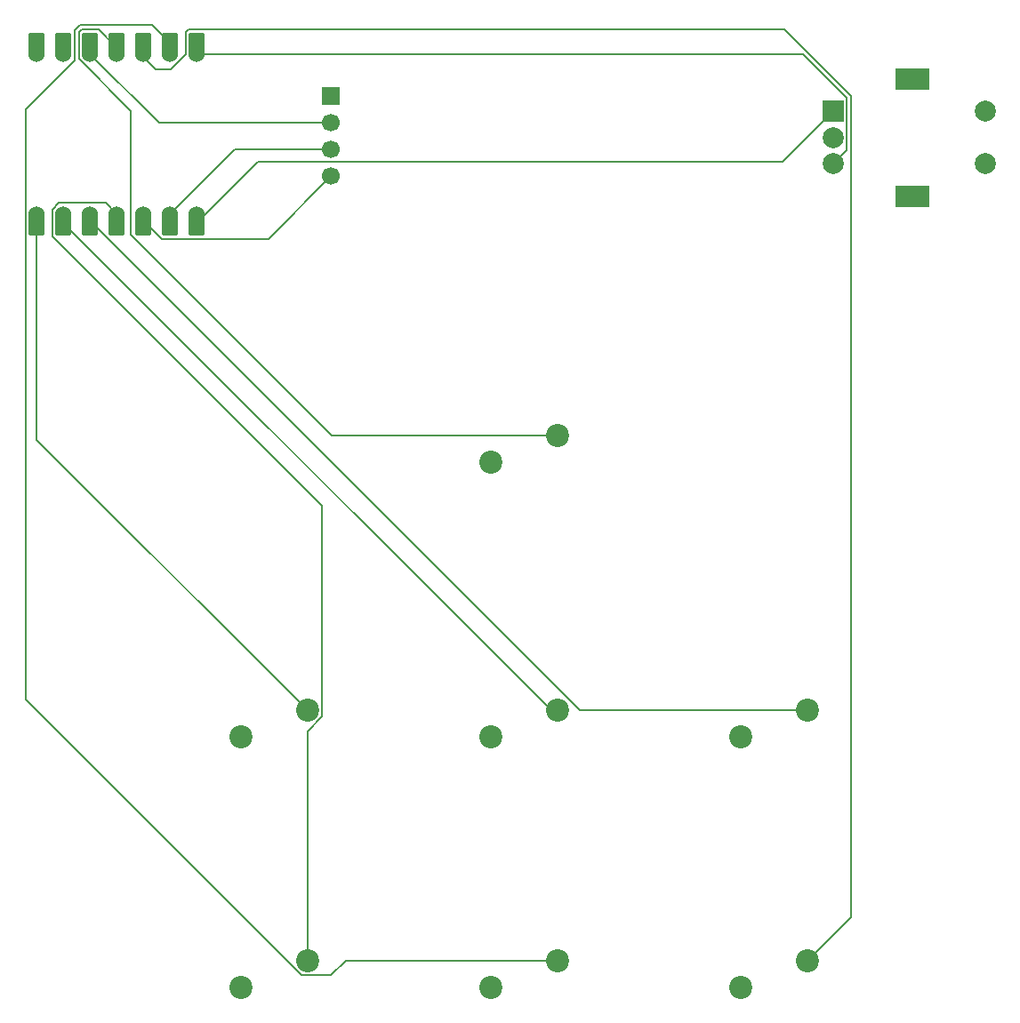
<source format=gbr>
%TF.GenerationSoftware,KiCad,Pcbnew,9.0.6*%
%TF.CreationDate,2025-11-29T00:05:12+05:00*%
%TF.ProjectId,_autosave-hackpad,5f617574-6f73-4617-9665-2d6861636b70,rev?*%
%TF.SameCoordinates,Original*%
%TF.FileFunction,Copper,L1,Top*%
%TF.FilePolarity,Positive*%
%FSLAX46Y46*%
G04 Gerber Fmt 4.6, Leading zero omitted, Abs format (unit mm)*
G04 Created by KiCad (PCBNEW 9.0.6) date 2025-11-29 00:05:12*
%MOMM*%
%LPD*%
G01*
G04 APERTURE LIST*
G04 Aperture macros list*
%AMRoundRect*
0 Rectangle with rounded corners*
0 $1 Rounding radius*
0 $2 $3 $4 $5 $6 $7 $8 $9 X,Y pos of 4 corners*
0 Add a 4 corners polygon primitive as box body*
4,1,4,$2,$3,$4,$5,$6,$7,$8,$9,$2,$3,0*
0 Add four circle primitives for the rounded corners*
1,1,$1+$1,$2,$3*
1,1,$1+$1,$4,$5*
1,1,$1+$1,$6,$7*
1,1,$1+$1,$8,$9*
0 Add four rect primitives between the rounded corners*
20,1,$1+$1,$2,$3,$4,$5,0*
20,1,$1+$1,$4,$5,$6,$7,0*
20,1,$1+$1,$6,$7,$8,$9,0*
20,1,$1+$1,$8,$9,$2,$3,0*%
G04 Aperture macros list end*
%TA.AperFunction,ComponentPad*%
%ADD10C,1.700000*%
%TD*%
%TA.AperFunction,ComponentPad*%
%ADD11R,1.700000X1.700000*%
%TD*%
%TA.AperFunction,ComponentPad*%
%ADD12C,2.200000*%
%TD*%
%TA.AperFunction,SMDPad,CuDef*%
%ADD13RoundRect,0.152400X0.609600X-1.063600X0.609600X1.063600X-0.609600X1.063600X-0.609600X-1.063600X0*%
%TD*%
%TA.AperFunction,ComponentPad*%
%ADD14C,1.524000*%
%TD*%
%TA.AperFunction,SMDPad,CuDef*%
%ADD15RoundRect,0.152400X-0.609600X1.063600X-0.609600X-1.063600X0.609600X-1.063600X0.609600X1.063600X0*%
%TD*%
%TA.AperFunction,ComponentPad*%
%ADD16R,2.000000X2.000000*%
%TD*%
%TA.AperFunction,ComponentPad*%
%ADD17C,2.000000*%
%TD*%
%TA.AperFunction,ComponentPad*%
%ADD18R,3.200000X2.000000*%
%TD*%
%TA.AperFunction,Conductor*%
%ADD19C,0.200000*%
%TD*%
G04 APERTURE END LIST*
D10*
%TO.P,VCC1,4,Pin_4*%
%TO.N,Net-(U1-GPIO6{slash}SDA)*%
X119062500Y-60722500D03*
%TO.P,VCC1,3,Pin_3*%
%TO.N,Net-(U1-GPIO7{slash}SCL)*%
X119062500Y-58182500D03*
%TO.P,VCC1,2,Pin_2*%
%TO.N,Net-(U1-3V3)*%
X119062500Y-55642500D03*
D11*
%TO.P,VCC1,1,Pin_1*%
%TO.N,/GND*%
X119062500Y-53102500D03*
%TD*%
D12*
%TO.P,SW6,1,1*%
%TO.N,Net-(U1-GPIO4{slash}MISO)*%
X164465000Y-135413750D03*
%TO.P,SW6,2,2*%
%TO.N,/GND*%
X158115000Y-137953750D03*
%TD*%
%TO.P,SW3,1,1*%
%TO.N,Net-(U1-GPIO28{slash}ADC2{slash}A2)*%
X164465000Y-111601250D03*
%TO.P,SW3,2,2*%
%TO.N,/GND*%
X158115000Y-114141250D03*
%TD*%
%TO.P,SW4,1,1*%
%TO.N,Net-(U1-GPIO29{slash}ADC3{slash}A3)*%
X116840000Y-135413750D03*
%TO.P,SW4,2,2*%
%TO.N,/GND*%
X110490000Y-137953750D03*
%TD*%
D13*
%TO.P,U1,14,VBUS*%
%TO.N,unconnected-(U1-VBUS-Pad14)*%
X91048500Y-48245000D03*
D14*
X91048500Y-49080000D03*
D13*
%TO.P,U1,13,GND*%
%TO.N,/GND*%
X93588500Y-48245000D03*
D14*
X93588500Y-49080000D03*
D13*
%TO.P,U1,12,3V3*%
%TO.N,Net-(U1-3V3)*%
X96128500Y-48245000D03*
D14*
X96128500Y-49080000D03*
D13*
%TO.P,U1,11,GPIO3/MOSI*%
%TO.N,Net-(U1-GPIO3{slash}MOSI)*%
X98668500Y-48245000D03*
D14*
X98668500Y-49080000D03*
D13*
%TO.P,U1,10,GPIO4/MISO*%
%TO.N,Net-(U1-GPIO4{slash}MISO)*%
X101208500Y-48245000D03*
D14*
X101208500Y-49080000D03*
D13*
%TO.P,U1,9,GPIO2/SCK*%
%TO.N,Net-(U1-GPIO2{slash}SCK)*%
X103748500Y-48245000D03*
D14*
X103748500Y-49080000D03*
D13*
%TO.P,U1,8,GPIO1/RX*%
%TO.N,Net-(U1-GPIO1{slash}RX)*%
X106288500Y-48245000D03*
D14*
X106288500Y-49080000D03*
%TO.P,U1,7,GPIO0/TX*%
%TO.N,Net-(U1-GPIO0{slash}TX)*%
X106288500Y-64320000D03*
D15*
X106288500Y-65155000D03*
D14*
%TO.P,U1,6,GPIO7/SCL*%
%TO.N,Net-(U1-GPIO7{slash}SCL)*%
X103748500Y-64320000D03*
D15*
X103748500Y-65155000D03*
D14*
%TO.P,U1,5,GPIO6/SDA*%
%TO.N,Net-(U1-GPIO6{slash}SDA)*%
X101208500Y-64320000D03*
D15*
X101208500Y-65155000D03*
D14*
%TO.P,U1,4,GPIO29/ADC3/A3*%
%TO.N,Net-(U1-GPIO29{slash}ADC3{slash}A3)*%
X98668500Y-64320000D03*
D15*
X98668500Y-65155000D03*
D14*
%TO.P,U1,3,GPIO28/ADC2/A2*%
%TO.N,Net-(U1-GPIO28{slash}ADC2{slash}A2)*%
X96128500Y-64320000D03*
D15*
X96128500Y-65155000D03*
D14*
%TO.P,U1,2,GPIO27/ADC1/A1*%
%TO.N,Net-(U1-GPIO27{slash}ADC1{slash}A1)*%
X93588500Y-64320000D03*
D15*
X93588500Y-65155000D03*
D14*
%TO.P,U1,1,GPIO26/ADC0/A0*%
%TO.N,Net-(U1-GPIO26{slash}ADC0{slash}A0)*%
X91048500Y-64320000D03*
D15*
X91048500Y-65155000D03*
%TD*%
D16*
%TO.P,ENC1,A,A*%
%TO.N,Net-(U1-GPIO0{slash}TX)*%
X166898750Y-54531250D03*
D17*
%TO.P,ENC1,B,B*%
%TO.N,Net-(U1-GPIO1{slash}RX)*%
X166898750Y-59531250D03*
%TO.P,ENC1,C,C*%
%TO.N,/GND*%
X166898750Y-57031250D03*
D18*
%TO.P,ENC1,MP*%
%TO.N,N/C*%
X174398750Y-51431250D03*
X174398750Y-62631250D03*
D17*
%TO.P,ENC1,S1*%
X181398750Y-59531250D03*
%TO.P,ENC1,S2*%
X181398750Y-54531250D03*
%TD*%
D12*
%TO.P,SW2,1,1*%
%TO.N,Net-(U1-GPIO27{slash}ADC1{slash}A1)*%
X140652500Y-111601250D03*
%TO.P,SW2,2,2*%
%TO.N,/GND*%
X134302500Y-114141250D03*
%TD*%
%TO.P,SW1,1,1*%
%TO.N,Net-(U1-GPIO26{slash}ADC0{slash}A0)*%
X116840000Y-111601250D03*
%TO.P,SW1,2,2*%
%TO.N,/GND*%
X110490000Y-114141250D03*
%TD*%
%TO.P,SW7,1,1*%
%TO.N,Net-(U1-GPIO3{slash}MOSI)*%
X140652500Y-85407500D03*
%TO.P,SW7,2,2*%
%TO.N,/GND*%
X134302500Y-87947500D03*
%TD*%
%TO.P,SW5,1,1*%
%TO.N,Net-(U1-GPIO2{slash}SCK)*%
X140652500Y-135413750D03*
%TO.P,SW5,2,2*%
%TO.N,/GND*%
X134302500Y-137953750D03*
%TD*%
D19*
%TO.N,Net-(U1-GPIO4{slash}MISO)*%
X101208500Y-49308500D02*
X101208500Y-49080000D01*
X102400000Y-50500000D02*
X101208500Y-49308500D01*
X103831810Y-50500000D02*
X102400000Y-50500000D01*
X105225500Y-49106310D02*
X103831810Y-50500000D01*
X168600750Y-53064150D02*
X162264600Y-46728000D01*
X168600750Y-131278000D02*
X168600750Y-53064150D01*
X105486874Y-46728000D02*
X105225500Y-46989374D01*
X164465000Y-135413750D02*
X168600750Y-131278000D01*
X162264600Y-46728000D02*
X105486874Y-46728000D01*
X105225500Y-46989374D02*
X105225500Y-49106310D01*
%TO.N,Net-(U1-GPIO29{slash}ADC3{slash}A3)*%
X92525500Y-66410626D02*
X92525500Y-63879690D01*
X93148190Y-63257000D02*
X97605500Y-63257000D01*
X118241000Y-92126126D02*
X92525500Y-66410626D01*
X118241000Y-112181564D02*
X118241000Y-92126126D01*
X116840000Y-113582564D02*
X118241000Y-112181564D01*
X116840000Y-135413750D02*
X116840000Y-113582564D01*
X92525500Y-63879690D02*
X93148190Y-63257000D01*
X97605500Y-63257000D02*
X98668500Y-64320000D01*
%TO.N,Net-(U1-GPIO28{slash}ADC2{slash}A2)*%
X96128500Y-64933626D02*
X96128500Y-64320000D01*
X142796124Y-111601250D02*
X96128500Y-64933626D01*
X164465000Y-111601250D02*
X142796124Y-111601250D01*
%TO.N,Net-(U1-GPIO27{slash}ADC1{slash}A1)*%
X140034750Y-111601250D02*
X93588500Y-65155000D01*
X140652500Y-111601250D02*
X140034750Y-111601250D01*
X93588500Y-65155000D02*
X93588500Y-64320000D01*
%TO.N,Net-(U1-GPIO26{slash}ADC0{slash}A0)*%
X116840000Y-111601250D02*
X91048500Y-85809750D01*
X91048500Y-85809750D02*
X91048500Y-64320000D01*
%TO.N,Net-(U1-GPIO3{slash}MOSI)*%
X98668500Y-48466374D02*
X98668500Y-49080000D01*
X96930126Y-46728000D02*
X98668500Y-48466374D01*
X95326874Y-46728000D02*
X96930126Y-46728000D01*
X95065500Y-46989374D02*
X95326874Y-46728000D01*
X95065500Y-49520310D02*
X95065500Y-46989374D01*
X100012500Y-54467310D02*
X95065500Y-49520310D01*
X100012500Y-66277626D02*
X100012500Y-54467310D01*
X119142374Y-85407500D02*
X100012500Y-66277626D01*
X140652500Y-85407500D02*
X119142374Y-85407500D01*
%TO.N,Net-(U1-GPIO1{slash}RX)*%
X164049500Y-49080000D02*
X106288500Y-49080000D01*
X168199750Y-53230250D02*
X164049500Y-49080000D01*
X168199750Y-58230250D02*
X168199750Y-53230250D01*
X166898750Y-59531250D02*
X168199750Y-58230250D01*
%TO.N,Net-(U1-GPIO0{slash}TX)*%
X162096500Y-59333500D02*
X112110000Y-59333500D01*
X166898750Y-54531250D02*
X162096500Y-59333500D01*
X112110000Y-59333500D02*
X106288500Y-65155000D01*
%TO.N,Net-(U1-GPIO6{slash}SDA)*%
X101208500Y-64933626D02*
X101208500Y-64320000D01*
X102946874Y-66672000D02*
X101208500Y-64933626D01*
X113113000Y-66672000D02*
X102946874Y-66672000D01*
X119062500Y-60722500D02*
X113113000Y-66672000D01*
%TO.N,Net-(U1-GPIO7{slash}SCL)*%
X109886000Y-58182500D02*
X103748500Y-64320000D01*
X119062500Y-58182500D02*
X109886000Y-58182500D01*
%TO.N,Net-(U1-3V3)*%
X102691000Y-55642500D02*
X96128500Y-49080000D01*
X119062500Y-55642500D02*
X102691000Y-55642500D01*
%TO.N,Net-(U1-GPIO2{slash}SCK)*%
X103748500Y-48002370D02*
X103748500Y-49080000D01*
X102073130Y-46327000D02*
X103748500Y-48002370D01*
X95160774Y-46327000D02*
X102073130Y-46327000D01*
X94664500Y-46823274D02*
X95160774Y-46327000D01*
X89985500Y-54365410D02*
X94664500Y-49686410D01*
X94664500Y-49686410D02*
X94664500Y-46823274D01*
X117420314Y-136814750D02*
X116259686Y-136814750D01*
X89985500Y-110540564D02*
X89985500Y-54365410D01*
X117435064Y-136800000D02*
X117420314Y-136814750D01*
X116259686Y-136814750D02*
X89985500Y-110540564D01*
X120486250Y-135413750D02*
X119100000Y-136800000D01*
X140652500Y-135413750D02*
X120486250Y-135413750D01*
X119100000Y-136800000D02*
X117435064Y-136800000D01*
%TD*%
M02*

</source>
